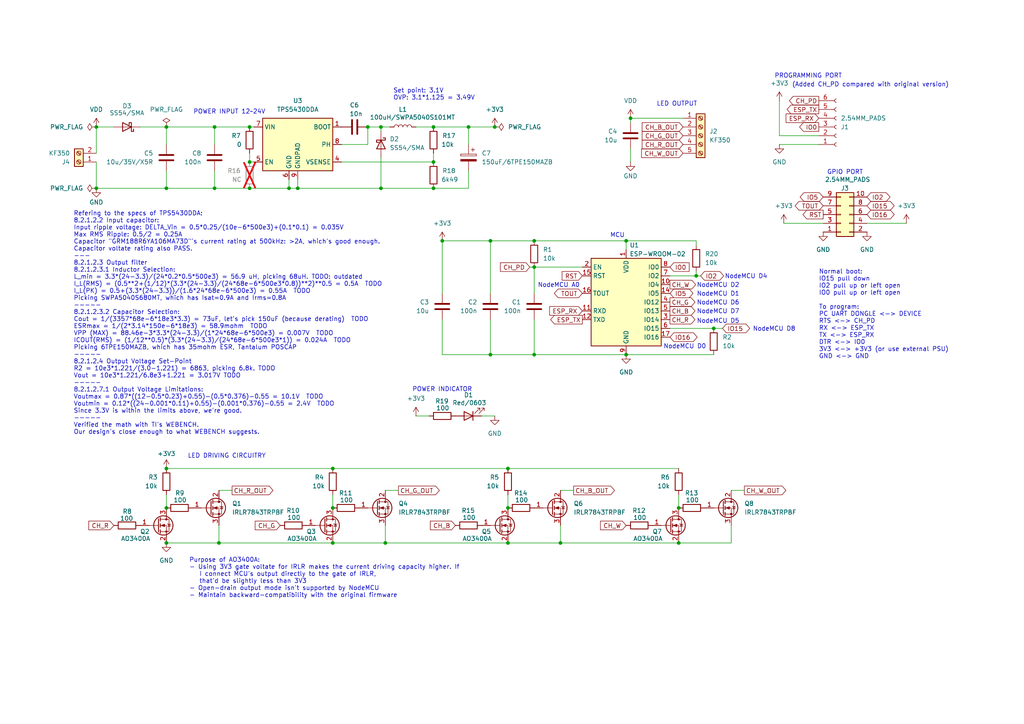
<source format=kicad_sch>
(kicad_sch (version 20231120) (generator "eeschema") (generator_version "8.0")
  (paper "A4")
  (lib_symbols
    (symbol "Connector:Conn_01x06_Socket" (pin_names (offset 1.016) hide)
      (property "Reference" "J" (at 0 7.62 0))
      (property "Value" "Conn_01x06_Socket" (at 0 -10.16 0))
      (symbol "Conn_01x06_Socket_1_1"
        (pin passive line (at -5.08 5.08 0) (length 3.81) (name "Pin_1") (number "1"))
        (pin passive line (at -5.08 2.54 0) (length 3.81) (name "Pin_2") (number "2"))
        (pin passive line (at -5.08 0 0) (length 3.81) (name "Pin_3") (number "3"))
        (pin passive line (at -5.08 -2.54 0) (length 3.81) (name "Pin_4") (number "4"))
        (pin passive line (at -5.08 -5.08 0) (length 3.81) (name "Pin_5") (number "5"))
        (pin passive line (at -5.08 -7.62 0) (length 3.81) (name "Pin_6") (number "6"))
      )
    )
    (symbol "Connector:Screw_Terminal_01x02" (pin_names (offset 1.016) hide)
      (property "Reference" "J" (at 0 2.54 0))
      (property "Value" "Screw_Terminal_01x02" (at 0 -5.08 0))
      (symbol "Screw_Terminal_01x02_1_1"
        (pin passive line (at -5.08 0 0) (length 3.81) (name "Pin_1") (number "1"))
        (pin passive line (at -5.08 -2.54 0) (length 3.81) (name "Pin_2") (number "2"))
      )
    )
    (symbol "Connector:Screw_Terminal_01x05" (pin_names (offset 1.016) hide)
      (property "Reference" "J" (at 0 7.62 0))
      (property "Value" "Screw_Terminal_01x05" (at 0 -7.62 0))
      (symbol "Screw_Terminal_01x05_1_1"
        (pin passive line (at -5.08 5.08 0) (length 3.81) (name "Pin_1") (number "1"))
        (pin passive line (at -5.08 2.54 0) (length 3.81) (name "Pin_2") (number "2"))
        (pin passive line (at -5.08 0 0) (length 3.81) (name "Pin_3") (number "3"))
        (pin passive line (at -5.08 -2.54 0) (length 3.81) (name "Pin_4") (number "4"))
        (pin passive line (at -5.08 -5.08 0) (length 3.81) (name "Pin_5") (number "5"))
      )
    )
    (symbol "Connector_Generic:Conn_02x05_Odd_Even" (pin_names (offset 1.016) hide)
      (property "Reference" "J" (at 1.27 7.62 0))
      (property "Value" "Conn_02x05_Odd_Even" (at 1.27 -7.62 0))
      (symbol "Conn_02x05_Odd_Even_1_1"
        (pin passive line (at -5.08 5.08 0) (length 3.81) (name "Pin_1") (number "1"))
        (pin passive line (at 7.62 -5.08 180) (length 3.81) (name "Pin_10") (number "10"))
        (pin passive line (at 7.62 5.08 180) (length 3.81) (name "Pin_2") (number "2"))
        (pin passive line (at -5.08 2.54 0) (length 3.81) (name "Pin_3") (number "3"))
        (pin passive line (at 7.62 2.54 180) (length 3.81) (name "Pin_4") (number "4"))
        (pin passive line (at -5.08 0 0) (length 3.81) (name "Pin_5") (number "5"))
        (pin passive line (at 7.62 0 180) (length 3.81) (name "Pin_6") (number "6"))
        (pin passive line (at -5.08 -2.54 0) (length 3.81) (name "Pin_7") (number "7"))
        (pin passive line (at 7.62 -2.54 180) (length 3.81) (name "Pin_8") (number "8"))
        (pin passive line (at -5.08 -5.08 0) (length 3.81) (name "Pin_9") (number "9"))
      )
    )
    (symbol "Device:C" (pin_numbers hide) (pin_names (offset 0.254))
      (property "Reference" "C" (at 0.635 2.54 0))
      (property "Value" "C" (at 0.635 -2.54 0))
      (symbol "C_1_1"
        (pin passive line (at 0 3.81 270) (length 2.794) (name "~") (number "1"))
        (pin passive line (at 0 -3.81 90) (length 2.794) (name "~") (number "2"))
      )
    )
    (symbol "Device:C_Polarized" (pin_numbers hide) (pin_names (offset 0.254))
      (property "Reference" "C" (at 0.635 2.54 0))
      (property "Value" "C_Polarized" (at 0.635 -2.54 0))
      (symbol "C_Polarized_1_1"
        (pin passive line (at 0 3.81 270) (length 2.794) (name "~") (number "1"))
        (pin passive line (at 0 -3.81 90) (length 2.794) (name "~") (number "2"))
      )
    )
    (symbol "Device:L" (pin_numbers hide) (pin_names (offset 1.016) hide)
      (property "Reference" "L" (at -1.27 0 90))
      (property "Value" "L" (at 1.905 0 90))
      (symbol "L_1_1"
        (pin passive line (at 0 3.81 270) (length 1.27) (name "1") (number "1"))
        (pin passive line (at 0 -3.81 90) (length 1.27) (name "2") (number "2"))
      )
    )
    (symbol "Device:LED" (pin_numbers hide) (pin_names (offset 1.016) hide)
      (property "Reference" "D" (at 0 2.54 0))
      (property "Value" "LED" (at 0 -2.54 0))
      (symbol "LED_1_1"
        (pin passive line (at -3.81 0 0) (length 2.54) (name "K") (number "1"))
        (pin passive line (at 3.81 0 180) (length 2.54) (name "A") (number "2"))
      )
    )
    (symbol "Device:R" (pin_numbers hide) (pin_names (offset 0))
      (property "Reference" "R" (at 2.032 0 90))
      (property "Value" "R" (at 0 0 90))
      (symbol "R_1_1"
        (pin passive line (at 0 3.81 270) (length 1.27) (name "~") (number "1"))
        (pin passive line (at 0 -3.81 90) (length 1.27) (name "~") (number "2"))
      )
    )
    (symbol "Diode:B340" (pin_numbers hide) (pin_names (offset 1.016) hide)
      (property "Reference" "D" (at 0 2.54 0))
      (property "Value" "B340" (at 0 -2.54 0))
      (symbol "B340_1_1"
        (pin passive line (at -3.81 0 0) (length 2.54) (name "K") (number "1"))
        (pin passive line (at 3.81 0 180) (length 2.54) (name "A") (number "2"))
      )
    )
    (symbol "RF_Module:ESP-WROOM-02"
      (property "Reference" "U" (at -7.62 13.97 0))
      (property "Value" "ESP-WROOM-02" (at 10.16 13.97 0))
      (symbol "ESP-WROOM-02_1_1"
        (pin power_in line (at 0 15.24 270) (length 2.54) (name "VDD") (number "1"))
        (pin bidirectional line (at 12.7 5.08 180) (length 2.54) (name "IO4") (number "10"))
        (pin bidirectional line (at -12.7 -2.54 0) (length 2.54) (name "RXD") (number "11"))
        (pin bidirectional line (at -12.7 -5.08 0) (length 2.54) (name "TXD") (number "12"))
        (pin passive line (at 0 -15.24 90) (length 2.54) hide (name "GND") (number "13"))
        (pin bidirectional line (at 12.7 2.54 180) (length 2.54) (name "IO5") (number "14"))
        (pin input line (at -12.7 7.62 0) (length 2.54) (name "RST") (number "15"))
        (pin input line (at -12.7 2.54 0) (length 2.54) (name "TOUT") (number "16"))
        (pin bidirectional line (at 12.7 -10.16 180) (length 2.54) (name "IO16") (number "17"))
        (pin passive line (at 0 -15.24 90) (length 2.54) hide (name "GND") (number "18"))
        (pin passive line (at 0 -15.24 90) (length 2.54) hide (name "GND") (number "19"))
        (pin input line (at -12.7 10.16 0) (length 2.54) (name "EN") (number "2"))
        (pin bidirectional line (at 12.7 -5.08 180) (length 2.54) (name "IO14") (number "3"))
        (pin bidirectional line (at 12.7 0 180) (length 2.54) (name "IO12") (number "4"))
        (pin bidirectional line (at 12.7 -2.54 180) (length 2.54) (name "IO13") (number "5"))
        (pin bidirectional line (at 12.7 -7.62 180) (length 2.54) (name "IO15") (number "6"))
        (pin bidirectional line (at 12.7 7.62 180) (length 2.54) (name "IO2") (number "7"))
        (pin bidirectional line (at 12.7 10.16 180) (length 2.54) (name "IO0") (number "8"))
        (pin power_in line (at 0 -15.24 90) (length 2.54) (name "GND") (number "9"))
      )
    )
    (symbol "Regulator_Switching:TPS5430DDA"
      (property "Reference" "U" (at -10.16 8.89 0))
      (property "Value" "TPS5430DDA" (at -1.27 8.89 0))
      (symbol "TPS5430DDA_1_1"
        (pin input line (at 12.7 5.08 180) (length 2.54) (name "BOOT") (number "1"))
        (pin no_connect line (at -10.16 2.54 0) (length 2.54) hide (name "NC") (number "2"))
        (pin no_connect line (at -10.16 -2.54 0) (length 2.54) hide (name "NC") (number "3"))
        (pin input line (at 12.7 -5.08 180) (length 2.54) (name "VSENSE") (number "4"))
        (pin input line (at -12.7 -5.08 0) (length 2.54) (name "EN") (number "5"))
        (pin power_in line (at -2.54 -10.16 90) (length 2.54) (name "GND") (number "6"))
        (pin power_in line (at -12.7 5.08 0) (length 2.54) (name "VIN") (number "7"))
        (pin output line (at 12.7 0 180) (length 2.54) (name "PH") (number "8"))
        (pin power_in line (at 0 -10.16 90) (length 2.54) (name "GNDPAD") (number "9"))
      )
    )
    (symbol "Transistor_FET:AO3400A" (pin_names hide)
      (property "Reference" "Q" (at 5.08 1.905 0))
      (property "Value" "AO3400A" (at 5.08 0 0))
      (symbol "AO3400A_1_1"
        (pin input line (at -5.08 0 0) (length 2.54) (name "G") (number "1"))
        (pin passive line (at 2.54 -5.08 90) (length 2.54) (name "S") (number "2"))
        (pin passive line (at 2.54 5.08 270) (length 2.54) (name "D") (number "3"))
      )
    )
    (symbol "Transistor_FET:STD7NK40Z" (pin_names hide)
      (property "Reference" "Q" (at 5.08 1.905 0))
      (property "Value" "STD7NK40Z" (at 5.08 0 0))
      (symbol "STD7NK40Z_1_1"
        (pin passive line (at -5.08 0 0) (length 2.54) (name "G") (number "1"))
        (pin passive line (at 2.54 5.08 270) (length 2.54) (name "D") (number "2"))
        (pin passive line (at 2.54 -5.08 90) (length 2.54) (name "S") (number "3"))
      )
    )
    (symbol "power:+3V3" (power) (pin_numbers hide) (pin_names (offset 0) hide)
      (property "Value" "+3V3" (at 0 3.556 0))
      (symbol "+3V3_1_1"
        (pin power_in line (at 0 0 90) (length 0) (name "~") (number "1"))
      )
    )
    (symbol "power:GND" (power) (pin_numbers hide) (pin_names (offset 0) hide)
      (property "Value" "GND" (at 0 -3.81 0))
      (symbol "GND_1_1"
        (pin power_in line (at 0 0 270) (length 0) (name "~") (number "1"))
      )
    )
    (symbol "power:PWR_FLAG" (power) (pin_numbers hide) (pin_names (offset 0) hide)
      (property "Value" "PWR_FLAG" (at 0 3.81 0))
      (symbol "PWR_FLAG_0_0"
        (pin power_out line (at 0 0 90) (length 0) (name "~") (number "1"))
      )
    )
    (symbol "power:VDD" (power) (pin_numbers hide) (pin_names (offset 0) hide)
      (property "Value" "VDD" (at 0 3.556 0))
      (symbol "VDD_1_1"
        (pin power_in line (at 0 0 90) (length 0) (name "~") (number "1"))
      )
    )
  )
  (junction (at 48.26 36.83))
  (junction (at 196.85 147.32))
  (junction (at 182.88 34.29))
  (junction (at 128.27 69.85))
  (junction (at 48.26 157.48))
  (junction (at 27.94 36.83))
  (junction (at 106.68 36.83))
  (junction (at 110.49 36.83))
  (junction (at 201.93 80.01))
  (junction (at 48.26 135.89))
  (junction (at 147.32 135.89))
  (junction (at 72.39 36.83))
  (junction (at 181.61 102.87))
  (junction (at 196.85 157.48))
  (junction (at 147.32 147.32))
  (junction (at 62.23 54.61))
  (junction (at 96.52 135.89))
  (junction (at 154.94 102.87))
  (junction (at 125.73 36.83))
  (junction (at 83.82 54.61))
  (junction (at 162.56 157.48))
  (junction (at 72.39 46.99))
  (junction (at 111.76 157.48))
  (junction (at 142.24 102.87))
  (junction (at 181.61 69.85))
  (junction (at 135.89 36.83))
  (junction (at 27.94 54.61))
  (junction (at 143.51 36.83))
  (junction (at 207.01 95.25))
  (junction (at 48.26 147.32))
  (junction (at 147.32 157.48))
  (junction (at 154.94 69.85))
  (junction (at 142.24 69.85))
  (junction (at 48.26 54.61))
  (junction (at 63.5 157.48))
  (junction (at 110.49 54.61))
  (junction (at 62.23 36.83))
  (junction (at 72.39 54.61))
  (junction (at 125.73 46.99))
  (junction (at 86.36 54.61))
  (junction (at 96.52 157.48))
  (junction (at 125.73 54.61))
  (junction (at 96.52 147.32))
  (junction (at 154.94 77.47))
  (wire (pts (xy 128.27 69.85) (xy 142.24 69.85)))
  (wire (pts (xy 83.82 54.61) (xy 86.36 54.61)))
  (wire (pts (xy 194.31 95.25) (xy 207.01 95.25)))
  (wire (pts (xy 48.26 143.51) (xy 48.26 147.32)))
  (wire (pts (xy 201.93 78.74) (xy 201.93 80.01)))
  (wire (pts (xy 215.9 142.24) (xy 212.09 142.24)))
  (wire (pts (xy 120.65 120.65) (xy 124.46 120.65)))
  (wire (pts (xy 125.73 36.83) (xy 135.89 36.83)))
  (wire (pts (xy 135.89 36.83) (xy 143.51 36.83)))
  (wire (pts (xy 237.49 39.37) (xy 226.06 39.37)))
  (wire (pts (xy 48.26 135.89) (xy 96.52 135.89)))
  (wire (pts (xy 96.52 143.51) (xy 96.52 147.32)))
  (wire (pts (xy 72.39 44.45) (xy 72.39 46.99)))
  (wire (pts (xy 48.26 54.61) (xy 62.23 54.61)))
  (wire (pts (xy 27.94 36.83) (xy 33.02 36.83)))
  (wire (pts (xy 153.67 77.47) (xy 154.94 77.47)))
  (wire (pts (xy 154.94 77.47) (xy 168.91 77.47)))
  (wire (pts (xy 115.57 142.24) (xy 111.76 142.24)))
  (wire (pts (xy 48.26 41.91) (xy 48.26 36.83)))
  (wire (pts (xy 226.06 39.37) (xy 226.06 29.21)))
  (wire (pts (xy 72.39 54.61) (xy 83.82 54.61)))
  (wire (pts (xy 207.01 95.25) (xy 209.55 95.25)))
  (wire (pts (xy 120.65 36.83) (xy 125.73 36.83)))
  (wire (pts (xy 110.49 36.83) (xy 113.03 36.83)))
  (wire (pts (xy 40.64 36.83) (xy 48.26 36.83)))
  (wire (pts (xy 63.5 152.4) (xy 63.5 157.48)))
  (wire (pts (xy 111.76 152.4) (xy 111.76 157.48)))
  (wire (pts (xy 99.06 46.99) (xy 125.73 46.99)))
  (wire (pts (xy 142.24 92.71) (xy 142.24 102.87)))
  (wire (pts (xy 27.94 36.83) (xy 27.94 44.45)))
  (wire (pts (xy 182.88 34.29) (xy 198.12 34.29)))
  (wire (pts (xy 106.68 36.83) (xy 110.49 36.83)))
  (wire (pts (xy 106.68 41.91) (xy 99.06 41.91)))
  (wire (pts (xy 86.36 54.61) (xy 86.36 52.07)))
  (wire (pts (xy 182.88 43.18) (xy 182.88 46.99)))
  (wire (pts (xy 142.24 102.87) (xy 128.27 102.87)))
  (wire (pts (xy 96.52 135.89) (xy 147.32 135.89)))
  (wire (pts (xy 62.23 49.53) (xy 62.23 54.61)))
  (wire (pts (xy 142.24 102.87) (xy 154.94 102.87)))
  (wire (pts (xy 125.73 44.45) (xy 125.73 46.99)))
  (wire (pts (xy 111.76 157.48) (xy 147.32 157.48)))
  (wire (pts (xy 251.46 64.77) (xy 262.89 64.77)))
  (wire (pts (xy 72.39 36.83) (xy 73.66 36.83)))
  (wire (pts (xy 86.36 54.61) (xy 110.49 54.61)))
  (wire (pts (xy 201.93 80.01) (xy 203.2 80.01)))
  (wire (pts (xy 110.49 54.61) (xy 125.73 54.61)))
  (wire (pts (xy 181.61 69.85) (xy 201.93 69.85)))
  (wire (pts (xy 96.52 157.48) (xy 111.76 157.48)))
  (wire (pts (xy 128.27 102.87) (xy 128.27 92.71)))
  (wire (pts (xy 154.94 102.87) (xy 181.61 102.87)))
  (wire (pts (xy 48.26 49.53) (xy 48.26 54.61)))
  (wire (pts (xy 106.68 36.83) (xy 106.68 41.91)))
  (wire (pts (xy 147.32 135.89) (xy 196.85 135.89)))
  (wire (pts (xy 135.89 49.53) (xy 135.89 54.61)))
  (wire (pts (xy 135.89 41.91) (xy 135.89 36.83)))
  (wire (pts (xy 110.49 38.1) (xy 110.49 36.83)))
  (wire (pts (xy 212.09 152.4) (xy 212.09 157.48)))
  (wire (pts (xy 128.27 85.09) (xy 128.27 69.85)))
  (wire (pts (xy 154.94 77.47) (xy 154.94 85.09)))
  (wire (pts (xy 62.23 54.61) (xy 72.39 54.61)))
  (wire (pts (xy 154.94 69.85) (xy 142.24 69.85)))
  (wire (pts (xy 181.61 69.85) (xy 181.61 72.39)))
  (wire (pts (xy 181.61 102.87) (xy 207.01 102.87)))
  (wire (pts (xy 196.85 157.48) (xy 212.09 157.48)))
  (wire (pts (xy 154.94 69.85) (xy 181.61 69.85)))
  (wire (pts (xy 237.49 41.91) (xy 226.06 41.91)))
  (wire (pts (xy 27.94 46.99) (xy 27.94 54.61)))
  (wire (pts (xy 182.88 34.29) (xy 182.88 35.56)))
  (wire (pts (xy 162.56 152.4) (xy 162.56 157.48)))
  (wire (pts (xy 125.73 54.61) (xy 135.89 54.61)))
  (wire (pts (xy 142.24 69.85) (xy 142.24 85.09)))
  (wire (pts (xy 67.31 142.24) (xy 63.5 142.24)))
  (wire (pts (xy 196.85 143.51) (xy 196.85 147.32)))
  (wire (pts (xy 194.31 80.01) (xy 201.93 80.01)))
  (wire (pts (xy 27.94 54.61) (xy 48.26 54.61)))
  (wire (pts (xy 73.66 46.99) (xy 72.39 46.99)))
  (wire (pts (xy 162.56 157.48) (xy 196.85 157.48)))
  (wire (pts (xy 63.5 157.48) (xy 96.52 157.48)))
  (wire (pts (xy 48.26 36.83) (xy 62.23 36.83)))
  (wire (pts (xy 147.32 157.48) (xy 162.56 157.48)))
  (wire (pts (xy 143.51 120.65) (xy 139.7 120.65)))
  (wire (pts (xy 166.37 142.24) (xy 162.56 142.24)))
  (wire (pts (xy 147.32 143.51) (xy 147.32 147.32)))
  (wire (pts (xy 62.23 36.83) (xy 72.39 36.83)))
  (wire (pts (xy 62.23 36.83) (xy 62.23 41.91)))
  (wire (pts (xy 48.26 157.48) (xy 63.5 157.48)))
  (wire (pts (xy 110.49 45.72) (xy 110.49 54.61)))
  (wire (pts (xy 83.82 54.61) (xy 83.82 52.07)))
  (wire (pts (xy 227.33 64.77) (xy 238.76 64.77)))
  (wire (pts (xy 154.94 92.71) (xy 154.94 102.87)))
  (wire (pts (xy 201.93 69.85) (xy 201.93 71.12)))
  (text "LED DRIVING CIRCUITRY" (at 65.786 132.334 0) (effects (font (size 1.27 1.27))))
  (text "Set point: 3.1V\nOVP: 3.1*1.125 = 3.49V" (at 114.046 27.432 0) (effects (font (size 1.27 1.27)) (justify left)))
  (text "(Added CH_PD compared with original version)" (at 252.476 24.638 0) (effects (font (size 1.27 1.27))))
  (text "POWER INDICATOR" (at 128.27 113.03 0) (effects (font (size 1.27 1.27))))
  (text "GPIO PORT" (at 245.11 50.038 0) (effects (font (size 1.27 1.27))))
  (text "NodeMCU D5" (at 208.28 93.218 0) (effects (font (size 1.27 1.27))))
  (text "LED OUTPUT" (at 196.342 30.226 0) (effects (font (size 1.27 1.27))))
  (text "NodeMCU D4" (at 216.408 80.264 0) (effects (font (size 1.27 1.27))))
  (text "Normal boot:\nIO15 pull down\nIO2 pull up or left open\nIO0 pull up or left open\n\nTo program:\nPC UART DONGLE <-> DEVICE\nRTS <-> CH_PD\nRX <-> ESP_TX\nTX <-> ESP_RX\nDTR <-> IO0\n3V3 <-> +3V3 (or use external PSU)\nGND <-> GND" (at 237.49 91.186 0) (effects (font (size 1.27 1.27)) (justify left)))
  (text "NodeMCU D7" (at 208.28 90.424 0) (effects (font (size 1.27 1.27))))
  (text "NodeMCU D2" (at 208.28 82.804 0) (effects (font (size 1.27 1.27))))
  (text "MCU" (at 179.07 68.326 0) (effects (font (size 1.27 1.27))))
  (text "PROGRAMMING PORT" (at 234.442 22.098 0) (effects (font (size 1.27 1.27))))
  (text "NodeMCU D6" (at 208.28 87.884 0) (effects (font (size 1.27 1.27))))
  (text "Purpose of AO3400A:\n- Using 3V3 gate voltate for IRLR makes the current driving capacity higher. If\n   I connect MCU's output directly to the gate of IRLR,\n   that'd be slightly less than 3V3\n- Open-drain output mode isn't supported by NodeMCU\n- Maintain backward-compatibility with the original firmware" (at 54.864 167.64 0) (effects (font (size 1.27 1.27)) (justify left)))
  (text "Refering to the specs of TPS5430DDA:\n8.2.1.2.2 Input capacitor:\nInput ripple voltage: DELTA_Vin = 0.5*0.25/(10e-6*500e3)+(0.1*0.1) = 0.035V\nMax RMS Ripple: 0.5/2 = 0.25A\nCapacitor \"GRM188R6YA106MA73D\"'s current rating at 500kHz: >2A, which's good enough.\nCapacitor voltate rating also PASS.\n---\n8.2.1.2.3 Output filter\n8.2.1.2.3.1 Inductor Selection:\nL_min = 3.3*(24-3.3)/(24*0.2*0.5*500e3) = 56.9 uH, picking 68uH. TODO: outdated\nI_L(RMS) = (0.5**2+(1/12)*(3.3*(24-3.3)/(24*68e-6*500e3*0.8))**2)**0.5 = 0.5A  TODO\nI_L(PK) = 0.5+(3.3*(24-3.3))/(1.6*24*68e-6*500e3) = 0.55A  TODO\nPicking SWPA5040S680MT, which has Isat=0.9A and Irms=0.8A\n-----\n8.2.1.2.3.2 Capacitor Selection:\nCout = 1/(3357*68e-6*18e3*3.3) = 73uF, let's pick 150uF (because derating)  TODO\nESRmax = 1/(2*3.14*150e-6*18e3) = 58.9mohm  TODO\nVPP (MAX) = 88.46e-3*3.3*(24-3.3)/(1*24*68e-6*500e3) = 0.007V  TODO\nICOUT(RMS) = (1/12**0.5)*(3.3*(24-3.3)/(24*68e-6*500e3*1)) = 0.024A  TODO\nPicking 6TPE150MAZB, which has 35mohm ESR, Tantalum POSCAP\n-----\n8.2.1.2.4 Output Voltage Set-Point\nR2 = 10e3*1.221/(3.0-1.221) = 6863, picking 6.8k. TODO\nVout = 10e3*1.221/6.8e3+1.221 = 3.017V TODO\n-----\n8.2.1.2.7.1 Output Voltage Limitations:\nVoutmax = 0.87*((12-0.5*0.23)+0.55)-(0.5*0.376)-0.55 = 10.1V  TODO\nVoutmin = 0.12*((24-0.001*0.11)+0.55)-(0.001*0.376)-0.55 = 2.4V  TODO\nSince 3.3V is within the limits above, we're good.\n-----\nVerified the math with TI's WEBENCH.\nOur design's close enough to what WEBENCH suggests." (at 21.336 93.726 0) (effects (font (size 1.27 1.27)) (justify left)))
  (text "NodeMCU D0" (at 198.628 100.584 0) (effects (font (size 1.27 1.27))))
  (text "POWER INPUT 12~24V" (at 66.548 32.512 0) (effects (font (size 1.27 1.27))))
  (text "NodeMCU D1" (at 208.28 85.344 0) (effects (font (size 1.27 1.27))))
  (text "NodeMCU D8" (at 224.536 95.504 0) (effects (font (size 1.27 1.27))))
  (text "NodeMCU A0" (at 155.956 82.804 0) (effects (font (size 1.27 1.27)) (justify left)))
  (global_label "CH_R_OUT" (shape output) (at 67.31 142.24 0) (property "Intersheetrefs" "${INTERSHEET_REFS}" (effects (hide yes))))
  (global_label "CH_W_OUT" (shape output) (at 215.9 142.24 0) (property "Intersheetrefs" "${INTERSHEET_REFS}" (effects (hide yes))))
  (global_label "CH_B" (shape output) (at 194.31 90.17 0) (property "Intersheetrefs" "${INTERSHEET_REFS}" (effects (hide yes))))
  (global_label "ESP_TX" (shape output) (at 168.91 92.71 180) (property "Intersheetrefs" "${INTERSHEET_REFS}" (effects (hide yes))))
  (global_label "IO15" (shape bidirectional) (at 251.46 59.69 0) (property "Intersheetrefs" "${INTERSHEET_REFS}" (effects (hide yes))))
  (global_label "CH_G_OUT" (shape input) (at 198.12 39.37 180) (property "Intersheetrefs" "${INTERSHEET_REFS}" (effects (hide yes))))
  (global_label "CH_PD" (shape input) (at 153.67 77.47 180) (property "Intersheetrefs" "${INTERSHEET_REFS}" (effects (hide yes))))
  (global_label "IO5" (shape bidirectional) (at 238.76 57.15 180) (property "Intersheetrefs" "${INTERSHEET_REFS}" (effects (hide yes))))
  (global_label "CH_PD" (shape output) (at 237.49 29.21 180) (property "Intersheetrefs" "${INTERSHEET_REFS}" (effects (hide yes))))
  (global_label "IO16" (shape bidirectional) (at 194.31 97.79 0) (property "Intersheetrefs" "${INTERSHEET_REFS}" (effects (hide yes))))
  (global_label "CH_R" (shape input) (at 33.02 152.4 180) (property "Intersheetrefs" "${INTERSHEET_REFS}" (effects (hide yes))))
  (global_label "CH_W" (shape output) (at 194.31 82.55 0) (property "Intersheetrefs" "${INTERSHEET_REFS}" (effects (hide yes))))
  (global_label "IO15" (shape bidirectional) (at 209.55 95.25 0) (property "Intersheetrefs" "${INTERSHEET_REFS}" (effects (hide yes))))
  (global_label "IO5" (shape bidirectional) (at 194.31 85.09 0) (property "Intersheetrefs" "${INTERSHEET_REFS}" (effects (hide yes))))
  (global_label "CH_G" (shape input) (at 81.28 152.4 180) (property "Intersheetrefs" "${INTERSHEET_REFS}" (effects (hide yes))))
  (global_label "CH_G_OUT" (shape output) (at 115.57 142.24 0) (property "Intersheetrefs" "${INTERSHEET_REFS}" (effects (hide yes))))
  (global_label "CH_W" (shape input) (at 181.61 152.4 180) (property "Intersheetrefs" "${INTERSHEET_REFS}" (effects (hide yes))))
  (global_label "CH_B" (shape input) (at 132.08 152.4 180) (property "Intersheetrefs" "${INTERSHEET_REFS}" (effects (hide yes))))
  (global_label "CH_G" (shape output) (at 194.31 87.63 0) (property "Intersheetrefs" "${INTERSHEET_REFS}" (effects (hide yes))))
  (global_label "ESP_RX" (shape input) (at 168.91 90.17 180) (property "Intersheetrefs" "${INTERSHEET_REFS}" (effects (hide yes))))
  (global_label "IO0" (shape input) (at 194.31 77.47 0) (property "Intersheetrefs" "${INTERSHEET_REFS}" (effects (hide yes))))
  (global_label "RST" (shape output) (at 238.76 62.23 180) (property "Intersheetrefs" "${INTERSHEET_REFS}" (effects (hide yes))))
  (global_label "IO0" (shape output) (at 237.49 36.83 180) (property "Intersheetrefs" "${INTERSHEET_REFS}" (effects (hide yes))))
  (global_label "CH_W_OUT" (shape input) (at 198.12 44.45 180) (property "Intersheetrefs" "${INTERSHEET_REFS}" (effects (hide yes))))
  (global_label "IO2" (shape bidirectional) (at 203.2 80.01 0) (property "Intersheetrefs" "${INTERSHEET_REFS}" (effects (hide yes))))
  (global_label "RST" (shape input) (at 168.91 80.01 180) (property "Intersheetrefs" "${INTERSHEET_REFS}" (effects (hide yes))))
  (global_label "TOUT" (shape bidirectional) (at 168.91 85.09 180) (property "Intersheetrefs" "${INTERSHEET_REFS}" (effects (hide yes))))
  (global_label "CH_B_OUT" (shape output) (at 166.37 142.24 0) (property "Intersheetrefs" "${INTERSHEET_REFS}" (effects (hide yes))))
  (global_label "ESP_TX" (shape output) (at 237.49 31.75 180) (property "Intersheetrefs" "${INTERSHEET_REFS}" (effects (hide yes))))
  (global_label "CH_R" (shape output) (at 194.31 92.71 0) (property "Intersheetrefs" "${INTERSHEET_REFS}" (effects (hide yes))))
  (global_label "CH_B_OUT" (shape input) (at 198.12 36.83 180) (property "Intersheetrefs" "${INTERSHEET_REFS}" (effects (hide yes))))
  (global_label "CH_R_OUT" (shape input) (at 198.12 41.91 180) (property "Intersheetrefs" "${INTERSHEET_REFS}" (effects (hide yes))))
  (global_label "IO2" (shape bidirectional) (at 251.46 57.15 0) (property "Intersheetrefs" "${INTERSHEET_REFS}" (effects (hide yes))))
  (global_label "ESP_RX" (shape input) (at 237.49 34.29 180) (property "Intersheetrefs" "${INTERSHEET_REFS}" (effects (hide yes))))
  (global_label "IO16" (shape bidirectional) (at 251.46 62.23 0) (property "Intersheetrefs" "${INTERSHEET_REFS}" (effects (hide yes))))
  (global_label "TOUT" (shape bidirectional) (at 238.76 59.69 180) (property "Intersheetrefs" "${INTERSHEET_REFS}" (effects (hide yes))))
  (symbol (lib_id "Device:R") (at 48.26 139.7 0) (unit 1)
    (property "Reference" "R3" (at 45.72 138.4299 0) (effects (justify right)))
    (property "Value" "10k" (at 45.72 140.9699 0) (effects (justify right)))
    (property "Footprint" "Resistor_SMD:R_0603_1608Metric" (effects (hide yes)))
    (property "Description" "Resistor" (effects (hide yes)))
    (property "LCSC" "C25804" (effects (hide yes)))
    (property "JLC Basic Part" "Y" (effects (hide yes)))
  )
  (symbol (lib_id "Regulator_Switching:TPS5430DDA") (at 86.36 41.91 0) (unit 1)
    (property "Reference" "U3" (at 86.36 29.21 0))
    (property "Value" "TPS5430DDA" (at 86.36 31.75 0))
    (property "Footprint" "Package_SO:TI_SO-PowerPAD-8_ThermalVias" (effects (hide yes)))
    (property "Datasheet" "http://www.ti.com/lit/ds/symlink/tps5430.pdf" (effects (hide yes)))
    (property "Description" "3A, Step Down Swift Converter, Adjustable Output Voltage, 5.5-36V Input Voltage, PowerSO-8" (effects (hide yes)))
    (property "LCSC" "C9864" (effects (hide yes)))
    (property "JLC Basic Part" "Y" (effects (hide yes)))
  )
  (symbol (lib_id "Device:R") (at 200.66 147.32 90) (unit 1)
    (property "Reference" "R13" (at 198.628 143.002 90) (effects (justify right)))
    (property "Value" "100" (at 198.882 145.034 90) (effects (justify right)))
    (property "Footprint" "Resistor_SMD:R_0603_1608Metric" (effects (hide yes)))
    (property "Description" "Resistor" (effects (hide yes)))
    (property "LCSC" "C22775" (effects (hide yes)))
    (property "JLC Basic Part" "Y" (effects (hide yes)))
  )
  (symbol (lib_id "Transistor_FET:STD7NK40Z") (at 60.96 147.32 0) (unit 1)
    (property "Reference" "Q1" (at 67.31 146.0499 0) (effects (justify left)))
    (property "Value" "IRLR7843TRPBF" (at 67.31 148.5899 0) (effects (justify left)))
    (property "Footprint" "footprints:TO-252-2-with-heatsink" (effects (hide yes)))
    (property "Datasheet" "https://www.infineon.com/dgdl/irlr7843pbf.pdf?fileId=5546d462533600a40153566de53526d8" (effects (hide yes)))
    (property "Description" "113A Id, 30V Vds, N-Channel MOSFET, 4mOhm Ron, DPAK" (effects (hide yes)))
    (property "LCSC" "C21988" (effects (hide yes)))
    (property "JLC Basic Part" "N" (effects (hide yes)))
  )
  (symbol (lib_id "Device:C") (at 154.94 88.9 0) (unit 1)
    (property "Reference" "C1" (at 151.13 87.6299 0) (effects (justify right)))
    (property "Value" "100n" (at 151.13 90.1699 0) (effects (justify right)))
    (property "Footprint" "Capacitor_SMD:C_0603_1608Metric" (effects (hide yes)))
    (property "Description" "Unpolarized capacitor" (effects (hide yes)))
    (property "LCSC" "C14663" (effects (hide yes)))
    (property "JLC Basic Part" "Y" (effects (hide yes)))
  )
  (symbol (lib_id "power:GND") (at 251.46 67.31 0) (unit 1)
    (property "Reference" "#PWR016" (effects (hide yes)))
    (property "Value" "GND" (at 251.46 72.39 0))
    (property "Description" "Power symbol creates a global label with name \"GND\" , ground" (effects (hide yes)))
  )
  (symbol (lib_id "power:GND") (at 182.88 46.99 0) (unit 1)
    (property "Reference" "#PWR013" (effects (hide yes)))
    (property "Value" "GND" (at 182.88 51.054 0))
    (property "Description" "Power symbol creates a global label with name \"GND\" , ground" (effects (hide yes)))
  )
  (symbol (lib_id "Transistor_FET:STD7NK40Z") (at 109.22 147.32 0) (unit 1)
    (property "Reference" "Q4" (at 115.57 146.0499 0) (effects (justify left)))
    (property "Value" "IRLR7843TRPBF" (at 115.57 148.5899 0) (effects (justify left)))
    (property "Footprint" "footprints:TO-252-2-with-heatsink" (effects (hide yes)))
    (property "Datasheet" "https://www.infineon.com/dgdl/irlr7843pbf.pdf?fileId=5546d462533600a40153566de53526d8" (effects (hide yes)))
    (property "Description" "113A Id, 30V Vds, N-Channel MOSFET, 4mOhm Ron, DPAK" (effects (hide yes)))
    (property "LCSC" "C21988" (effects (hide yes)))
    (property "JLC Basic Part" "N" (effects (hide yes)))
  )
  (symbol (lib_id "Device:R") (at 196.85 139.7 0) (unit 1)
    (property "Reference" "R6" (at 194.31 138.4299 0) (effects (justify right)))
    (property "Value" "10k" (at 194.31 140.9699 0) (effects (justify right)))
    (property "Footprint" "Resistor_SMD:R_0603_1608Metric" (effects (hide yes)))
    (property "Description" "Resistor" (effects (hide yes)))
    (property "LCSC" "C25804" (effects (hide yes)))
    (property "JLC Basic Part" "Y" (effects (hide yes)))
  )
  (symbol (lib_id "power:GND") (at 238.76 67.31 0) (unit 1)
    (property "Reference" "#PWR010" (effects (hide yes)))
    (property "Value" "GND" (at 238.76 72.39 0))
    (property "Description" "Power symbol creates a global label with name \"GND\" , ground" (effects (hide yes)))
  )
  (symbol (lib_id "Device:R") (at 185.42 152.4 90) (unit 1)
    (property "Reference" "R12" (at 183.388 148.082 90) (effects (justify right)))
    (property "Value" "100" (at 183.642 150.114 90) (effects (justify right)))
    (property "Footprint" "Resistor_SMD:R_0603_1608Metric" (effects (hide yes)))
    (property "Description" "Resistor" (effects (hide yes)))
    (property "LCSC" "C22775" (effects (hide yes)))
    (property "JLC Basic Part" "Y" (effects (hide yes)))
  )
  (symbol (lib_id "Connector:Screw_Terminal_01x02") (at 22.86 46.99 180) (unit 1)
    (property "Reference" "J4" (at 20.32 46.9901 0) (effects (justify left)))
    (property "Value" "KF350" (at 20.32 44.4501 0) (effects (justify left)))
    (property "Footprint" "TerminalBlock_4Ucon:TerminalBlock_4Ucon_1x02_P3.50mm_Horizontal" (effects (hide yes)))
    (property "Description" "Generic screw terminal, single row, 01x02, script generated (kicad-library-utils/schlib/autogen/connector/)" (effects (hide yes)))
    (property "LCSC" "C474892" (effects (hide yes)))
    (property "JLC Basic Part" "N" (effects (hide yes)))
  )
  (symbol (lib_id "Device:R") (at 72.39 50.8 0) (unit 1) (dnp yes)
    (property "Reference" "R16" (at 69.85 49.5299 0) (effects (justify right)))
    (property "Value" "NC" (at 70.104 52.07 0) (effects (justify right)))
    (property "Footprint" "Resistor_SMD:R_0603_1608Metric" (effects (hide yes)))
    (property "Description" "Resistor" (effects (hide yes)))
  )
  (symbol (lib_id "power:+3V3") (at 48.26 135.89 0) (unit 1)
    (property "Reference" "#PWR07" (effects (hide yes)))
    (property "Value" "+3V3" (at 48.26 131.572 0))
    (property "Description" "Power symbol creates a global label with name \"+3V3\"" (effects (hide yes)))
  )
  (symbol (lib_id "power:GND") (at 181.61 102.87 0) (unit 1)
    (property "Reference" "#PWR01" (effects (hide yes)))
    (property "Value" "GND" (at 181.61 107.95 0))
    (property "Description" "Power symbol creates a global label with name \"GND\" , ground" (effects (hide yes)))
  )
  (symbol (lib_id "Device:R") (at 147.32 139.7 0) (unit 1)
    (property "Reference" "R5" (at 144.78 138.4299 0) (effects (justify right)))
    (property "Value" "10k" (at 144.78 140.9699 0) (effects (justify right)))
    (property "Footprint" "Resistor_SMD:R_0603_1608Metric" (effects (hide yes)))
    (property "Description" "Resistor" (effects (hide yes)))
    (property "LCSC" "C25804" (effects (hide yes)))
    (property "JLC Basic Part" "Y" (effects (hide yes)))
  )
  (symbol (lib_id "Device:L") (at 116.84 36.83 90) (unit 1)
    (property "Reference" "L1" (at 116.84 31.75 90))
    (property "Value" "100uH/SWPA5040S101MT" (at 119.634 34.036 90))
    (property "Footprint" "Inductor_SMD:L_Sunlord_SWPA5040S" (effects (hide yes)))
    (property "Description" "Inductor" (effects (hide yes)))
    (property "LCSC" "C88132" (effects (hide yes)))
    (property "JLC Basic Part" "N" (effects (hide yes)))
  )
  (symbol (lib_id "Device:R") (at 52.07 147.32 90) (unit 1)
    (property "Reference" "R9" (at 50.8 143.002 90) (effects (justify right)))
    (property "Value" "100" (at 50.292 145.034 90) (effects (justify right)))
    (property "Footprint" "Resistor_SMD:R_0603_1608Metric" (effects (hide yes)))
    (property "Description" "Resistor" (effects (hide yes)))
    (property "LCSC" "C22775" (effects (hide yes)))
    (property "JLC Basic Part" "Y" (effects (hide yes)))
  )
  (symbol (lib_id "Transistor_FET:STD7NK40Z") (at 209.55 147.32 0) (unit 1)
    (property "Reference" "Q8" (at 215.9 146.0499 0) (effects (justify left)))
    (property "Value" "IRLR7843TRPBF" (at 215.9 148.5899 0) (effects (justify left)))
    (property "Footprint" "footprints:TO-252-2-with-heatsink" (effects (hide yes)))
    (property "Datasheet" "https://www.infineon.com/dgdl/irlr7843pbf.pdf?fileId=5546d462533600a40153566de53526d8" (effects (hide yes)))
    (property "Description" "113A Id, 30V Vds, N-Channel MOSFET, 4mOhm Ron, DPAK" (effects (hide yes)))
    (property "LCSC" "C21988" (effects (hide yes)))
    (property "JLC Basic Part" "N" (effects (hide yes)))
  )
  (symbol (lib_id "Device:C_Polarized") (at 135.89 45.72 0) (mirror y) (unit 1)
    (property "Reference" "C7" (at 139.7 44.4499 0) (effects (justify right)))
    (property "Value" "150uF/6TPE150MAZB" (at 139.7 46.9899 0) (effects (justify right)))
    (property "Footprint" "Capacitor_Tantalum_SMD:CP_EIA-3528-21_Kemet-B" (effects (hide yes)))
    (property "Description" "Polarized capacitor" (effects (hide yes)))
    (property "LCSC" "C79110" (effects (hide yes)))
    (property "JLC Basic Part" "N" (effects (hide yes)))
  )
  (symbol (lib_id "power:PWR_FLAG") (at 27.94 54.61 90) (unit 1)
    (property "Reference" "#FLG03" (effects (hide yes)))
    (property "Value" "PWR_FLAG" (at 24.13 54.6099 90) (effects (justify left)))
    (property "Description" "Special symbol for telling ERC where power comes from" (effects (hide yes)))
  )
  (symbol (lib_id "Device:R") (at 128.27 120.65 90) (unit 1)
    (property "Reference" "R19" (at 126.238 116.332 90) (effects (justify right)))
    (property "Value" "100" (at 126.492 118.364 90) (effects (justify right)))
    (property "Footprint" "Resistor_SMD:R_0603_1608Metric" (effects (hide yes)))
    (property "Description" "Resistor" (effects (hide yes)))
    (property "LCSC" "C22775" (effects (hide yes)))
    (property "JLC Basic Part" "Y" (effects (hide yes)))
  )
  (symbol (lib_id "Device:R") (at 207.01 99.06 0) (mirror y) (unit 1)
    (property "Reference" "R2" (at 209.55 97.7899 0) (effects (justify right)))
    (property "Value" "10k" (at 209.55 100.3299 0) (effects (justify right)))
    (property "Footprint" "Resistor_SMD:R_0603_1608Metric" (effects (hide yes)))
    (property "Description" "Resistor" (effects (hide yes)))
    (property "LCSC" "C25804" (effects (hide yes)))
    (property "JLC Basic Part" "Y" (effects (hide yes)))
  )
  (symbol (lib_id "power:+3V3") (at 120.65 120.65 0) (unit 1)
    (property "Reference" "#PWR012" (effects (hide yes)))
    (property "Value" "+3V3" (at 120.65 115.57 0))
    (property "Description" "Power symbol creates a global label with name \"+3V3\"" (effects (hide yes)))
  )
  (symbol (lib_id "Device:C") (at 128.27 88.9 0) (unit 1)
    (property "Reference" "C3" (at 124.46 87.6299 0) (effects (justify right)))
    (property "Value" "10u" (at 124.46 90.1699 0) (effects (justify right)))
    (property "Footprint" "Capacitor_SMD:C_0805_2012Metric" (effects (hide yes)))
    (property "Description" "Unpolarized capacitor" (effects (hide yes)))
    (property "LCSC" "C162422" (effects (hide yes)))
    (property "JLC Basic Part" "N" (effects (hide yes)))
  )
  (symbol (lib_id "Device:R") (at 125.73 50.8 0) (mirror y) (unit 1)
    (property "Reference" "R18" (at 128.27 49.5299 0) (effects (justify right)))
    (property "Value" "6k49" (at 128.016 52.07 0) (effects (justify right)))
    (property "Footprint" "Resistor_SMD:R_0603_1608Metric" (effects (hide yes)))
    (property "Description" "Resistor" (effects (hide yes)))
    (property "LCSC" "C23088" (effects (hide yes)))
    (property "JLC Basic Part" "N" (effects (hide yes)))
  )
  (symbol (lib_id "power:GND") (at 27.94 54.61 0) (unit 1)
    (property "Reference" "#PWR014" (effects (hide yes)))
    (property "Value" "GND" (at 27.94 58.674 0))
    (property "Description" "Power symbol creates a global label with name \"GND\" , ground" (effects (hide yes)))
  )
  (symbol (lib_id "Device:R") (at 85.09 152.4 90) (unit 1)
    (property "Reference" "R10" (at 83.058 148.082 90) (effects (justify right)))
    (property "Value" "100" (at 83.312 150.114 90) (effects (justify right)))
    (property "Footprint" "Resistor_SMD:R_0603_1608Metric" (effects (hide yes)))
    (property "Description" "Resistor" (effects (hide yes)))
    (property "LCSC" "C22775" (effects (hide yes)))
    (property "JLC Basic Part" "Y" (effects (hide yes)))
  )
  (symbol (lib_id "Transistor_FET:STD7NK40Z") (at 160.02 147.32 0) (unit 1)
    (property "Reference" "Q6" (at 166.37 146.0499 0) (effects (justify left)))
    (property "Value" "IRLR7843TRPBF" (at 166.37 148.5899 0) (effects (justify left)))
    (property "Footprint" "footprints:TO-252-2-with-heatsink" (effects (hide yes)))
    (property "Datasheet" "https://www.infineon.com/dgdl/irlr7843pbf.pdf?fileId=5546d462533600a40153566de53526d8" (effects (hide yes)))
    (property "Description" "113A Id, 30V Vds, N-Channel MOSFET, 4mOhm Ron, DPAK" (effects (hide yes)))
    (property "LCSC" "C21988" (effects (hide yes)))
    (property "JLC Basic Part" "N" (effects (hide yes)))
  )
  (symbol (lib_id "Connector:Conn_01x06_Socket") (at 242.57 36.83 0) (mirror x) (unit 1)
    (property "Reference" "J1" (at 243.84 36.8301 0) (effects (justify left)))
    (property "Value" "2.54MM_PADS" (at 243.84 34.2901 0) (effects (justify left)))
    (property "Footprint" "Connector_PinHeader_2.54mm:PinHeader_1x06_P2.54mm_Vertical" (effects (hide yes)))
    (property "Description" "Generic connector, single row, 01x06, script generated" (effects (hide yes)))
  )
  (symbol (lib_id "power:GND") (at 48.26 157.48 0) (unit 1)
    (property "Reference" "#PWR05" (effects (hide yes)))
    (property "Value" "GND" (at 48.26 162.56 0))
    (property "Description" "Power symbol creates a global label with name \"GND\" , ground" (effects (hide yes)))
  )
  (symbol (lib_id "Connector_Generic:Conn_02x05_Odd_Even") (at 243.84 62.23 0) (mirror x) (unit 1)
    (property "Reference" "J3" (at 243.84 54.61 0) (effects (justify left)))
    (property "Value" "2.54MM_PADS" (at 239.268 52.07 0) (effects (justify left)))
    (property "Footprint" "Connector_PinHeader_2.54mm:PinHeader_2x05_P2.54mm_Vertical" (effects (hide yes)))
    (property "Description" "Generic connector, double row, 02x05, odd/even pin numbering scheme (row 1 odd numbers, row 2 even numbers), script generated (kicad-library-utils/schlib/autogen/connector/)" (effects (hide yes)))
  )
  (symbol (lib_id "Transistor_FET:AO3400A") (at 194.31 152.4 0) (unit 1)
    (property "Reference" "Q7" (at 189.23 154.178 0) (effects (justify left)))
    (property "Value" "AO3400A" (at 183.642 156.21 0) (effects (justify left)))
    (property "Footprint" "Package_TO_SOT_SMD:SOT-23" (effects (hide yes)))
    (property "Datasheet" "http://www.aosmd.com/pdfs/datasheet/AO3400A.pdf" (effects (hide yes)))
    (property "Description" "30V Vds, 5.7A Id, N-Channel MOSFET, SOT-23" (effects (hide yes)))
    (property "LCSC" "C20917" (effects (hide yes)))
    (property "JLC Basic Part" "Y" (effects (hide yes)))
  )
  (symbol (lib_id "Connector:Screw_Terminal_01x05") (at 203.2 39.37 0) (unit 1)
    (property "Reference" "J2" (at 205.74 38.0999 0) (effects (justify left)))
    (property "Value" "KF350" (at 205.74 40.6399 0) (effects (justify left)))
    (property "Footprint" "TerminalBlock_4Ucon:TerminalBlock_4Ucon_1x05_P3.50mm_Horizontal" (effects (hide yes)))
    (property "Description" "Generic screw terminal, single row, 01x05, script generated (kicad-library-utils/schlib/autogen/connector/)" (effects (hide yes)))
    (property "LCSC" "both:C474893,C474892" (effects (hide yes)))
    (property "JLC Basic Part" "N" (effects (hide yes)))
  )
  (symbol (lib_id "Device:R") (at 201.93 74.93 0) (mirror y) (unit 1)
    (property "Reference" "R20" (at 204.47 73.6599 0) (effects (justify right)))
    (property "Value" "10k" (at 204.47 76.1999 0) (effects (justify right)))
    (property "Footprint" "Resistor_SMD:R_0603_1608Metric" (effects (hide yes)))
    (property "Description" "Resistor" (effects (hide yes)))
    (property "LCSC" "C25804" (effects (hide yes)))
    (property "JLC Basic Part" "Y" (effects (hide yes)))
  )
  (symbol (lib_id "Device:LED") (at 135.89 120.65 180) (unit 1)
    (property "Reference" "D1" (at 135.89 114.554 0))
    (property "Value" "Red/0603" (at 136.144 116.84 0))
    (property "Footprint" "LED_SMD:LED_0603_1608Metric" (effects (hide yes)))
    (property "Description" "Light emitting diode" (effects (hide yes)))
    (property "JLC Basic Part" "Y" (effects (hide yes)))
    (property "LCSC" "C2286" (effects (hide yes)))
  )
  (symbol (lib_id "Transistor_FET:AO3400A") (at 45.72 152.4 0) (unit 1)
    (property "Reference" "Q2" (at 40.64 154.178 0) (effects (justify left)))
    (property "Value" "AO3400A" (at 35.052 156.21 0) (effects (justify left)))
    (property "Footprint" "Package_TO_SOT_SMD:SOT-23" (effects (hide yes)))
    (property "Datasheet" "http://www.aosmd.com/pdfs/datasheet/AO3400A.pdf" (effects (hide yes)))
    (property "Description" "30V Vds, 5.7A Id, N-Channel MOSFET, SOT-23" (effects (hide yes)))
    (property "LCSC" "C20917" (effects (hide yes)))
    (property "JLC Basic Part" "Y" (effects (hide yes)))
  )
  (symbol (lib_id "Device:R") (at 72.39 40.64 0) (unit 1)
    (property "Reference" "R7" (at 69.85 39.3699 0) (effects (justify right)))
    (property "Value" "0" (at 70.104 41.91 0) (effects (justify right)))
    (property "Footprint" "Resistor_SMD:R_0603_1608Metric" (effects (hide yes)))
    (property "Description" "Resistor" (effects (hide yes)))
    (property "LCSC" "C21189" (effects (hide yes)))
    (property "JLC Basic Part" "Y" (effects (hide yes)))
  )
  (symbol (lib_id "Device:C") (at 62.23 45.72 0) (unit 1)
    (property "Reference" "C8" (at 58.42 44.4499 0) (effects (justify right)))
    (property "Value" "100n" (at 58.42 46.9899 0) (effects (justify right)))
    (property "Footprint" "Capacitor_SMD:C_0603_1608Metric" (effects (hide yes)))
    (property "Description" "Unpolarized capacitor" (effects (hide yes)))
    (property "LCSC" "C14663" (effects (hide yes)))
    (property "JLC Basic Part" "Y" (effects (hide yes)))
  )
  (symbol (lib_id "Transistor_FET:AO3400A") (at 144.78 152.4 0) (unit 1)
    (property "Reference" "Q5" (at 139.7 154.178 0) (effects (justify left)))
    (property "Value" "AO3400A" (at 134.112 156.21 0) (effects (justify left)))
    (property "Footprint" "Package_TO_SOT_SMD:SOT-23" (effects (hide yes)))
    (property "Datasheet" "http://www.aosmd.com/pdfs/datasheet/AO3400A.pdf" (effects (hide yes)))
    (property "Description" "30V Vds, 5.7A Id, N-Channel MOSFET, SOT-23" (effects (hide yes)))
    (property "LCSC" "C20917" (effects (hide yes)))
    (property "JLC Basic Part" "Y" (effects (hide yes)))
  )
  (symbol (lib_id "power:PWR_FLAG") (at 143.51 36.83 270) (unit 1)
    (property "Reference" "#FLG01" (effects (hide yes)))
    (property "Value" "PWR_FLAG" (at 147.32 36.8299 90) (effects (justify left)))
    (property "Description" "Special symbol for telling ERC where power comes from" (effects (hide yes)))
  )
  (symbol (lib_id "power:GND") (at 143.51 120.65 0) (unit 1)
    (property "Reference" "#PWR015" (effects (hide yes)))
    (property "Value" "GND" (at 143.51 125.73 0))
    (property "Description" "Power symbol creates a global label with name \"GND\" , ground" (effects (hide yes)))
  )
  (symbol (lib_id "power:PWR_FLAG") (at 27.94 36.83 90) (unit 1)
    (property "Reference" "#FLG02" (effects (hide yes)))
    (property "Value" "PWR_FLAG" (at 24.13 36.8299 90) (effects (justify left)))
    (property "Description" "Special symbol for telling ERC where power comes from" (effects (hide yes)))
  )
  (symbol (lib_id "power:GND") (at 226.06 41.91 0) (unit 1)
    (property "Reference" "#PWR03" (effects (hide yes)))
    (property "Value" "GND" (at 226.06 46.99 0))
    (property "Description" "Power symbol creates a global label with name \"GND\" , ground" (effects (hide yes)))
  )
  (symbol (lib_id "Device:C") (at 142.24 88.9 0) (unit 1)
    (property "Reference" "C2" (at 138.43 87.6299 0) (effects (justify right)))
    (property "Value" "100n" (at 138.43 90.1699 0) (effects (justify right)))
    (property "Footprint" "Capacitor_SMD:C_0603_1608Metric" (effects (hide yes)))
    (property "Description" "Unpolarized capacitor" (effects (hide yes)))
    (property "LCSC" "C14663" (effects (hide yes)))
    (property "JLC Basic Part" "Y" (effects (hide yes)))
  )
  (symbol (lib_id "Device:C") (at 48.26 45.72 0) (unit 1)
    (property "Reference" "C5" (at 44.45 44.4499 0) (effects (justify right)))
    (property "Value" "10u/35V/X5R" (at 44.45 46.9899 0) (effects (justify right)))
    (property "Footprint" "Capacitor_SMD:C_0805_2012Metric" (effects (hide yes)))
    (property "Description" "Unpolarized capacitor" (effects (hide yes)))
    (property "LCSC" "C162422" (effects (hide yes)))
    (property "JLC Basic Part" "N" (effects (hide yes)))
  )
  (symbol (lib_id "Device:R") (at 154.94 73.66 0) (mirror y) (unit 1)
    (property "Reference" "R1" (at 157.48 72.3899 0) (effects (justify right)))
    (property "Value" "10k" (at 157.48 74.9299 0) (effects (justify right)))
    (property "Footprint" "Resistor_SMD:R_0603_1608Metric" (effects (hide yes)))
    (property "Description" "Resistor" (effects (hide yes)))
    (property "LCSC" "C25804" (effects (hide yes)))
    (property "JLC Basic Part" "Y" (effects (hide yes)))
  )
  (symbol (lib_id "power:+3V3") (at 143.51 36.83 0) (unit 1)
    (property "Reference" "#PWR08" (effects (hide yes)))
    (property "Value" "+3V3" (at 143.51 31.75 0))
    (property "Description" "Power symbol creates a global label with name \"+3V3\"" (effects (hide yes)))
  )
  (symbol (lib_id "Device:R") (at 36.83 152.4 90) (unit 1)
    (property "Reference" "R8" (at 35.56 148.336 90) (effects (justify right)))
    (property "Value" "100" (at 34.798 150.368 90) (effects (justify right)))
    (property "Footprint" "Resistor_SMD:R_0603_1608Metric" (effects (hide yes)))
    (property "Description" "Resistor" (effects (hide yes)))
    (property "LCSC" "C22775" (effects (hide yes)))
    (property "JLC Basic Part" "Y" (effects (hide yes)))
  )
  (symbol (lib_id "Device:C") (at 102.87 36.83 270) (unit 1)
    (property "Reference" "C6" (at 104.14 30.48 90) (effects (justify right)))
    (property "Value" "10n" (at 105.156 33.02 90) (effects (justify right)))
    (property "Footprint" "Capacitor_SMD:C_0603_1608Metric" (effects (hide yes)))
    (property "Description" "Unpolarized capacitor" (effects (hide yes)))
    (property "LCSC" "C57112" (effects (hide yes)))
    (property "JLC Basic Part" "Y" (effects (hide yes)))
  )
  (symbol (lib_id "RF_Module:ESP-WROOM-02") (at 181.61 87.63 0) (unit 1)
    (property "Reference" "U1" (at 182.626 71.12 0) (effects (justify left)))
    (property "Value" "ESP-WROOM-02" (at 182.626 73.66 0) (effects (justify left)))
    (property "Footprint" "RF_Module:ESP-WROOM-02" (effects (hide yes)))
    (property "Datasheet" "https://www.espressif.com/sites/default/files/documentation/0c-esp-wroom-02_datasheet_en.pdf" (effects (hide yes)))
    (property "Description" "Wi-Fi Module, ESP8266EX SoC, 32-bit, 802.11b/g/n, WPA/WPA2, 2.7-3.6V, SMD" (effects (hide yes)))
    (property "LCSC" "C529584" (effects (hide yes)))
    (property "JLC Basic Part" "N" (effects (hide yes)))
  )
  (symbol (lib_id "Diode:B340") (at 110.49 41.91 270) (unit 1)
    (property "Reference" "D2" (at 113.03 40.3224 90) (effects (justify left)))
    (property "Value" "SS54/SMA" (at 113.03 42.8624 90) (effects (justify left)))
    (property "Footprint" "Diode_SMD:D_SMA" (effects (hide yes)))
    (property "Datasheet" "http://www.jameco.com/Jameco/Products/ProdDS/1538777.pdf" (effects (hide yes)))
    (property "Description" "40V 3A Schottky Barrier Rectifier Diode, SMC" (effects (hide yes)))
    (property "LCSC" "C22452" (effects (hide yes)))
    (property "JLC Basic Part" "Y" (effects (hide yes)))
  )
  (symbol (lib_id "power:+3V3") (at 226.06 29.21 0) (unit 1)
    (property "Reference" "#PWR04" (effects (hide yes)))
    (property "Value" "+3V3" (at 226.06 24.13 0))
    (property "Description" "Power symbol creates a global label with name \"+3V3\"" (effects (hide yes)))
  )
  (symbol (lib_id "Device:R") (at 151.13 147.32 90) (unit 1)
    (property "Reference" "R14" (at 149.098 143.002 90) (effects (justify right)))
    (property "Value" "100" (at 149.352 145.034 90) (effects (justify right)))
    (property "Footprint" "Resistor_SMD:R_0603_1608Metric" (effects (hide yes)))
    (property "Description" "Resistor" (effects (hide yes)))
    (property "LCSC" "C22775" (effects (hide yes)))
    (property "JLC Basic Part" "Y" (effects (hide yes)))
  )
  (symbol (lib_id "power:PWR_FLAG") (at 48.26 36.83 0) (unit 1)
    (property "Reference" "#FLG04" (effects (hide yes)))
    (property "Value" "PWR_FLAG" (at 48.26 31.75 0))
    (property "Description" "Special symbol for telling ERC where power comes from" (effects (hide yes)))
  )
  (symbol (lib_id "Device:R") (at 135.89 152.4 90) (unit 1)
    (property "Reference" "R15" (at 133.858 148.082 90) (effects (justify right)))
    (property "Value" "100" (at 134.112 150.114 90) (effects (justify right)))
    (property "Footprint" "Resistor_SMD:R_0603_1608Metric" (effects (hide yes)))
    (property "Description" "Resistor" (effects (hide yes)))
    (property "LCSC" "C22775" (effects (hide yes)))
    (property "JLC Basic Part" "Y" (effects (hide yes)))
  )
  (symbol (lib_id "Transistor_FET:AO3400A") (at 93.98 152.4 0) (unit 1)
    (property "Reference" "Q3" (at 88.9 154.178 0) (effects (justify left)))
    (property "Value" "AO3400A" (at 83.312 156.21 0) (effects (justify left)))
    (property "Footprint" "Package_TO_SOT_SMD:SOT-23" (effects (hide yes)))
    (property "Datasheet" "http://www.aosmd.com/pdfs/datasheet/AO3400A.pdf" (effects (hide yes)))
    (property "Description" "30V Vds, 5.7A Id, N-Channel MOSFET, SOT-23" (effects (hide yes)))
    (property "LCSC" "C20917" (effects (hide yes)))
    (property "JLC Basic Part" "Y" (effects (hide yes)))
  )
  (symbol (lib_id "Device:R") (at 100.33 147.32 90) (unit 1)
    (property "Reference" "R11" (at 98.298 143.002 90) (effects (justify right)))
    (property "Value" "100" (at 98.552 145.034 90) (effects (justify right)))
    (property "Footprint" "Resistor_SMD:R_0603_1608Metric" (effects (hide yes)))
    (property "Description" "Resistor" (effects (hide yes)))
    (property "LCSC" "C22775" (effects (hide yes)))
    (property "JLC Basic Part" "Y" (effects (hide yes)))
  )
  (symbol (lib_id "Device:C") (at 182.88 39.37 0) (unit 1)
    (property "Reference" "C4" (at 179.07 38.0999 0) (effects (justify right)))
    (property "Value" "10u" (at 179.07 40.6399 0) (effects (justify right)))
    (property "Footprint" "Capacitor_SMD:C_0805_2012Metric" (effects (hide yes)))
    (property "Description" "Unpolarized capacitor" (effects (hide yes)))
    (property "LCSC" "C162422" (effects (hide yes)))
    (property "JLC Basic Part" "N" (effects (hide yes)))
  )
  (symbol (lib_id "Device:R") (at 96.52 139.7 0) (unit 1)
    (property "Reference" "R4" (at 93.98 138.4299 0) (effects (justify right)))
    (property "Value" "10k" (at 94.234 140.97 0) (effects (justify right)))
    (property "Footprint" "Resistor_SMD:R_0603_1608Metric" (effects (hide yes)))
    (property "Description" "Resistor" (effects (hide yes)))
    (property "LCSC" "C25804" (effects (hide yes)))
    (property "JLC Basic Part" "Y" (effects (hide yes)))
  )
  (symbol (lib_id "power:+3V3") (at 227.33 64.77 0) (unit 1)
    (property "Reference" "#PWR02" (effects (hide yes)))
    (property "Value" "+3V3" (at 227.33 59.69 0))
    (property "Description" "Power symbol creates a global label with name \"+3V3\"" (effects (hide yes)))
  )
  (symbol (lib_id "power:+3V3") (at 128.27 69.85 0) (unit 1)
    (property "Reference" "#PWR09" (effects (hide yes)))
    (property "Value" "+3V3" (at 128.27 64.77 0))
    (property "Description" "Power symbol creates a global label with name \"+3V3\"" (effects (hide yes)))
  )
  (symbol (lib_id "Device:R") (at 125.73 40.64 0) (mirror y) (unit 1)
    (property "Reference" "R17" (at 128.27 39.3699 0) (effects (justify right)))
    (property "Value" "10k" (at 128.016 41.91 0) (effects (justify right)))
    (property "Footprint" "Resistor_SMD:R_0603_1608Metric" (effects (hide yes)))
    (property "Description" "Resistor" (effects (hide yes)))
    (property "LCSC" "C25804" (effects (hide yes)))
    (property "JLC Basic Part" "Y" (effects (hide yes)))
  )
  (symbol (lib_id "Diode:B340") (at 36.83 36.83 180) (unit 1)
    (property "Reference" "D3" (at 36.83 30.734 0))
    (property "Value" "SS54/SMA" (at 36.83 32.766 0))
    (property "Footprint" "Diode_SMD:D_SMA" (effects (hide yes)))
    (property "Datasheet" "http://www.jameco.com/Jameco/Products/ProdDS/1538777.pdf" (effects (hide yes)))
    (property "Description" "40V 3A Schottky Barrier Rectifier Diode, SMC" (effects (hide yes)))
    (property "LCSC" "C22452" (effects (hide yes)))
    (property "JLC Basic Part" "Y" (effects (hide yes)))
  )
  (symbol (lib_id "power:+3V3") (at 262.89 64.77 0) (unit 1)
    (property "Reference" "#PWR017" (effects (hide yes)))
    (property "Value" "+3V3" (at 262.89 59.69 0))
    (property "Description" "Power symbol creates a global label with name \"+3V3\"" (effects (hide yes)))
  )
  (symbol (lib_id "power:VDD") (at 27.94 36.83 0) (unit 1)
    (property "Reference" "#PWR06" (effects (hide yes)))
    (property "Value" "VDD" (at 27.94 31.75 0))
    (property "Description" "Power symbol creates a global label with name \"VDD\"" (effects (hide yes)))
  )
  (symbol (lib_id "power:VDD") (at 182.88 34.29 0) (unit 1)
    (property "Reference" "#PWR011" (effects (hide yes)))
    (property "Value" "VDD" (at 182.88 29.21 0))
    (property "Description" "Power symbol creates a global label with name \"VDD\"" (effects (hide yes)))
  )
)
</source>
